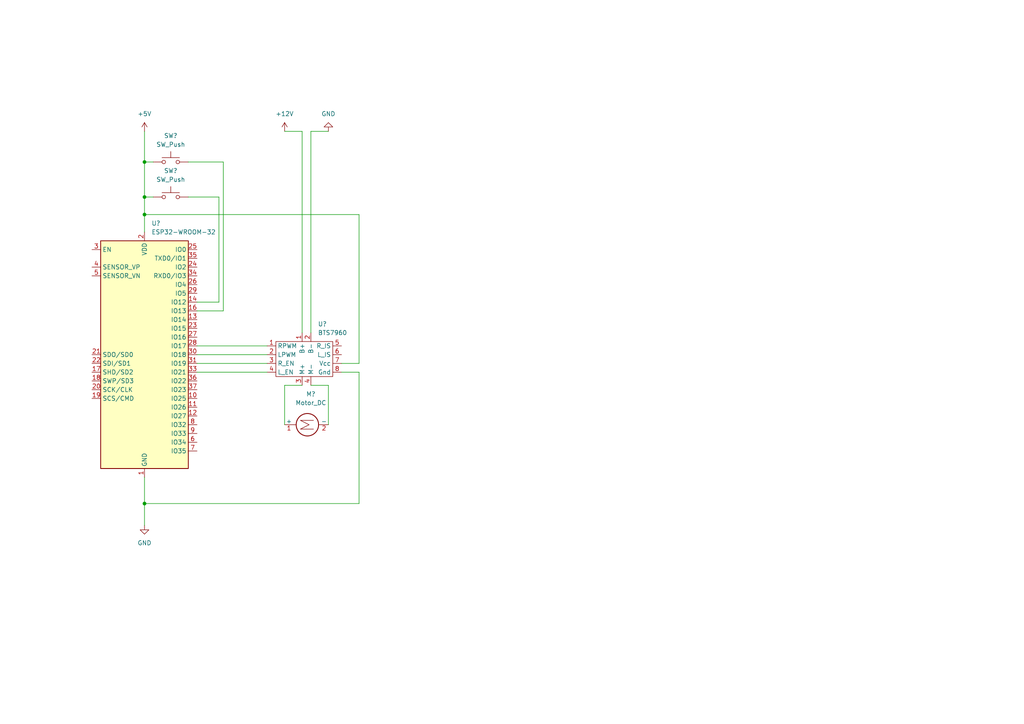
<source format=kicad_sch>
(kicad_sch (version 20211123) (generator eeschema)
  (paper "A4")
  (lib_symbols
    (symbol "Motor:Motor_DC" (pin_names (offset 0))
      (property "Reference" "M" (at 2.54 2.54 0))
      (property "Value" "Motor_DC" (at 2.54 -5.08 0))
      (symbol "Motor_DC_0_0"
        (polyline (pts (xy -1.27 -3.302) (xy -1.27 0.508) (xy 0 -2.032) (xy 1.27 0.508) (xy 1.27 -3.302)))
      )
      (symbol "Motor_DC_0_1"
        (circle (center 0 -1.524) (radius 3.2512) (stroke (width 0.254)))
        (polyline (pts (xy 0 -7.62) (xy 0 -7.112)))
        (polyline (pts (xy 0 -4.7752) (xy 0 -5.1816)))
        (polyline (pts (xy 0 1.7272) (xy 0 2.0828)))
        (polyline (pts (xy 0 2.032) (xy 0 2.54)))
      )
      (symbol "Motor_DC_1_1"
        (pin passive line (at 0 5.08 270) (length 2.54) (name "+") (number "1"))
        (pin passive line (at 0 -7.62 90) (length 2.54) (name "-") (number "2"))
      )
    )
    (symbol "Power_Management:BTS7960"
      (property "Reference" "U" (at 6.35 10.16 0))
      (property "Value" "BTS7960" (at 0 10.16 0))
      (symbol "BTS7960_0_1"
        (rectangle (start -8.89 5.08) (end 7.62 -5.08))
      )
      (symbol "BTS7960_1_1"
        (pin passive line (at -1.27 7.62 270) (length 2.54) (name "B+") (number "1"))
        (pin input line (at -11.43 3.81 0) (length 2.54) (name "RPWM") (number "1"))
        (pin passive line (at 1.27 7.62 270) (length 2.54) (name "B-") (number "2"))
        (pin input line (at -11.43 1.27 0) (length 2.54) (name "LPWM") (number "2"))
        (pin passive line (at -1.27 -7.62 90) (length 2.54) (name "M+") (number "3"))
        (pin input line (at -11.43 -1.27 0) (length 2.54) (name "R_EN") (number "3"))
        (pin input line (at -11.43 -3.81 0) (length 2.54) (name "L_EN") (number "4"))
        (pin passive line (at 1.27 -7.62 90) (length 2.54) (name "M-") (number "4"))
        (pin input line (at 10.16 3.81 180) (length 2.54) (name "R_IS") (number "5"))
        (pin input line (at 10.16 1.27 180) (length 2.54) (name "L_IS") (number "6"))
        (pin input line (at 10.16 -1.27 180) (length 2.54) (name "Vcc") (number "7"))
        (pin input line (at 10.16 -3.81 180) (length 2.54) (name "Gnd") (number "8"))
      )
    )
    (symbol "RF_Module:ESP32-WROOM-32"
      (property "Reference" "U" (at -12.7 34.29 0))
      (property "Value" "ESP32-WROOM-32" (at 1.27 34.29 0))
      (symbol "ESP32-WROOM-32_0_1"
        (rectangle (start -12.7 33.02) (end 12.7 -33.02) (stroke (width 0.254)) (fill (type background)))
      )
      (symbol "ESP32-WROOM-32_1_1"
        (pin power_in line (at 0 -35.56 90) (length 2.54) (name "GND") (number "1"))
        (pin bidirectional line (at 15.24 -12.7 180) (length 2.54) (name "IO25") (number "10"))
        (pin bidirectional line (at 15.24 -15.24 180) (length 2.54) (name "IO26") (number "11"))
        (pin bidirectional line (at 15.24 -17.78 180) (length 2.54) (name "IO27") (number "12"))
        (pin bidirectional line (at 15.24 10.16 180) (length 2.54) (name "IO14") (number "13"))
        (pin bidirectional line (at 15.24 15.24 180) (length 2.54) (name "IO12") (number "14"))
        (pin passive line (at 0 -35.56 90) (length 2.54) hide (name "GND") (number "15"))
        (pin bidirectional line (at 15.24 12.7 180) (length 2.54) (name "IO13") (number "16"))
        (pin bidirectional line (at -15.24 -5.08 0) (length 2.54) (name "SHD/SD2") (number "17"))
        (pin bidirectional line (at -15.24 -7.62 0) (length 2.54) (name "SWP/SD3") (number "18"))
        (pin bidirectional line (at -15.24 -12.7 0) (length 2.54) (name "SCS/CMD") (number "19"))
        (pin power_in line (at 0 35.56 270) (length 2.54) (name "VDD") (number "2"))
        (pin bidirectional line (at -15.24 -10.16 0) (length 2.54) (name "SCK/CLK") (number "20"))
        (pin bidirectional line (at -15.24 0 0) (length 2.54) (name "SDO/SD0") (number "21"))
        (pin bidirectional line (at -15.24 -2.54 0) (length 2.54) (name "SDI/SD1") (number "22"))
        (pin bidirectional line (at 15.24 7.62 180) (length 2.54) (name "IO15") (number "23"))
        (pin bidirectional line (at 15.24 25.4 180) (length 2.54) (name "IO2") (number "24"))
        (pin bidirectional line (at 15.24 30.48 180) (length 2.54) (name "IO0") (number "25"))
        (pin bidirectional line (at 15.24 20.32 180) (length 2.54) (name "IO4") (number "26"))
        (pin bidirectional line (at 15.24 5.08 180) (length 2.54) (name "IO16") (number "27"))
        (pin bidirectional line (at 15.24 2.54 180) (length 2.54) (name "IO17") (number "28"))
        (pin bidirectional line (at 15.24 17.78 180) (length 2.54) (name "IO5") (number "29"))
        (pin input line (at -15.24 30.48 0) (length 2.54) (name "EN") (number "3"))
        (pin bidirectional line (at 15.24 0 180) (length 2.54) (name "IO18") (number "30"))
        (pin bidirectional line (at 15.24 -2.54 180) (length 2.54) (name "IO19") (number "31"))
        (pin no_connect line (at -12.7 -27.94 0) (length 2.54) hide (name "NC") (number "32"))
        (pin bidirectional line (at 15.24 -5.08 180) (length 2.54) (name "IO21") (number "33"))
        (pin bidirectional line (at 15.24 22.86 180) (length 2.54) (name "RXD0/IO3") (number "34"))
        (pin bidirectional line (at 15.24 27.94 180) (length 2.54) (name "TXD0/IO1") (number "35"))
        (pin bidirectional line (at 15.24 -7.62 180) (length 2.54) (name "IO22") (number "36"))
        (pin bidirectional line (at 15.24 -10.16 180) (length 2.54) (name "IO23") (number "37"))
        (pin passive line (at 0 -35.56 90) (length 2.54) hide (name "GND") (number "38"))
        (pin passive line (at 0 -35.56 90) (length 2.54) hide (name "GND") (number "39"))
        (pin input line (at -15.24 25.4 0) (length 2.54) (name "SENSOR_VP") (number "4"))
        (pin input line (at -15.24 22.86 0) (length 2.54) (name "SENSOR_VN") (number "5"))
        (pin input line (at 15.24 -25.4 180) (length 2.54) (name "IO34") (number "6"))
        (pin input line (at 15.24 -27.94 180) (length 2.54) (name "IO35") (number "7"))
        (pin bidirectional line (at 15.24 -20.32 180) (length 2.54) (name "IO32") (number "8"))
        (pin bidirectional line (at 15.24 -22.86 180) (length 2.54) (name "IO33") (number "9"))
      )
    )
    (symbol "Switch:SW_Push" (pin_numbers hide) (pin_names (offset 1.016) hide)
      (property "Reference" "SW" (at 1.27 2.54 0))
      (property "Value" "SW_Push" (at 0 -1.524 0))
      (symbol "SW_Push_0_1"
        (circle (center -2.032 0) (radius 0.508))
        (polyline (pts (xy 0 1.27) (xy 0 3.048)))
        (polyline (pts (xy 2.54 1.27) (xy -2.54 1.27)))
        (circle (center 2.032 0) (radius 0.508))
        (pin passive line (at -5.08 0 0) (length 2.54) (name "1") (number "1"))
        (pin passive line (at 5.08 0 180) (length 2.54) (name "2") (number "2"))
      )
    )
    (symbol "power:+12V" (power) (pin_names (offset 0))
      (property "Value" "+12V" (at 0 3.556 0))
      (symbol "+12V_0_1"
        (polyline (pts (xy -0.762 1.27) (xy 0 2.54)))
        (polyline (pts (xy 0 0) (xy 0 2.54)))
        (polyline (pts (xy 0 2.54) (xy 0.762 1.27)))
      )
      (symbol "+12V_1_1"
        (pin power_in line (at 0 0 90) (length 0) hide (name "+12V") (number "1"))
      )
    )
    (symbol "power:+5V" (power) (pin_names (offset 0))
      (property "Value" "+5V" (at 0 3.556 0))
      (symbol "+5V_0_1"
        (polyline (pts (xy -0.762 1.27) (xy 0 2.54)))
        (polyline (pts (xy 0 0) (xy 0 2.54)))
        (polyline (pts (xy 0 2.54) (xy 0.762 1.27)))
      )
      (symbol "+5V_1_1"
        (pin power_in line (at 0 0 90) (length 0) hide (name "+5V") (number "1"))
      )
    )
    (symbol "power:GND" (power) (pin_names (offset 0))
      (property "Value" "GND" (at 0 -3.81 0))
      (symbol "GND_0_1"
        (polyline (pts (xy 0 0) (xy 0 -1.27) (xy 1.27 -1.27) (xy 0 -2.54) (xy -1.27 -1.27) (xy 0 -1.27)))
      )
      (symbol "GND_1_1"
        (pin power_in line (at 0 0 270) (length 0) hide (name "GND") (number "1"))
      )
    )
  )
  (junction (at 41.91 62.23))
  (junction (at 41.91 146.05))
  (junction (at 41.91 46.99))
  (junction (at 41.91 57.15))
  (wire (pts (xy 57.15 102.87) (xy 77.47 102.87)))
  (wire (pts (xy 41.91 62.23) (xy 41.91 67.31)))
  (wire (pts (xy 54.61 46.99) (xy 64.77 46.99)))
  (wire (pts (xy 99.06 105.41) (xy 104.14 105.41)))
  (wire (pts (xy 104.14 146.05) (xy 41.91 146.05)))
  (wire (pts (xy 82.55 38.1) (xy 87.63 38.1)))
  (wire (pts (xy 57.15 100.33) (xy 77.47 100.33)))
  (wire (pts (xy 41.91 38.1) (xy 41.91 46.99)))
  (wire (pts (xy 87.63 38.1) (xy 87.63 96.52)))
  (wire (pts (xy 41.91 57.15) (xy 41.91 62.23)))
  (wire (pts (xy 41.91 46.99) (xy 41.91 57.15)))
  (wire (pts (xy 104.14 105.41) (xy 104.14 62.23)))
  (wire (pts (xy 41.91 57.15) (xy 44.45 57.15)))
  (wire (pts (xy 64.77 46.99) (xy 64.77 90.17)))
  (wire (pts (xy 95.25 111.76) (xy 95.25 123.19)))
  (wire (pts (xy 41.91 138.43) (xy 41.91 146.05)))
  (wire (pts (xy 41.91 146.05) (xy 41.91 152.4)))
  (wire (pts (xy 63.5 87.63) (xy 57.15 87.63)))
  (wire (pts (xy 41.91 46.99) (xy 44.45 46.99)))
  (wire (pts (xy 82.55 111.76) (xy 82.55 123.19)))
  (wire (pts (xy 64.77 90.17) (xy 57.15 90.17)))
  (wire (pts (xy 87.63 111.76) (xy 82.55 111.76)))
  (wire (pts (xy 63.5 57.15) (xy 63.5 87.63)))
  (wire (pts (xy 57.15 107.95) (xy 77.47 107.95)))
  (wire (pts (xy 90.17 38.1) (xy 90.17 96.52)))
  (wire (pts (xy 99.06 107.95) (xy 104.14 107.95)))
  (wire (pts (xy 90.17 111.76) (xy 95.25 111.76)))
  (wire (pts (xy 54.61 57.15) (xy 63.5 57.15)))
  (wire (pts (xy 104.14 107.95) (xy 104.14 146.05)))
  (wire (pts (xy 104.14 62.23) (xy 41.91 62.23)))
  (wire (pts (xy 95.25 38.1) (xy 90.17 38.1)))
  (wire (pts (xy 57.15 105.41) (xy 77.47 105.41)))
  (symbol (lib_id "Switch:SW_Push") (at 49.53 57.15 0) (unit 1)
    (property "Reference" "SW?" (at 49.53 49.53 0))
    (property "Value" "SW_Push" (at 49.53 52.07 0))
  )
  (symbol (lib_id "power:GND") (at 41.91 152.4 0) (unit 1)
    (property "Reference" "#PWR?" (effects hide))
    (property "Value" "GND" (at 41.91 157.48 0))
  )
  (symbol (lib_id "power:+12V") (at 82.55 38.1 0) (unit 1)
    (property "Reference" "#PWR?" (effects hide))
    (property "Value" "+12V" (at 82.55 33.02 0))
  )
  (symbol (lib_id "RF_Module:ESP32-WROOM-32") (at 41.91 102.87 0) (unit 1)
    (property "Reference" "U?" (at 43.9294 64.77 0) (effects (justify left)))
    (property "Value" "ESP32-WROOM-32" (at 43.9294 67.31 0) (effects (justify left)))
    (property "Footprint" "RF_Module:ESP32-WROOM-32" (effects hide))
    (property "Datasheet" "https://www.espressif.com/sites/default/files/documentation/esp32-wroom-32_datasheet_en.pdf" (effects hide))
  )
  (symbol (lib_id "power:GND") (at 95.25 38.1 0) (mirror x) (unit 1)
    (property "Reference" "#PWR?" (effects hide))
    (property "Value" "GND" (at 95.25 33.02 0))
  )
  (symbol (lib_id "Power_Management:BTS7960") (at 88.9 104.14 0) (unit 1)
    (property "Reference" "U?" (at 92.1894 93.98 0) (effects (justify left)))
    (property "Value" "BTS7960" (at 92.1894 96.52 0) (effects (justify left)))
  )
  (symbol (lib_id "Motor:Motor_DC") (at 87.63 123.19 90) (mirror x) (unit 1)
    (property "Reference" "M?" (at 90.17 114.3 90))
    (property "Value" "Motor_DC" (at 90.17 116.84 90))
  )
  (symbol (lib_id "Switch:SW_Push") (at 49.53 46.99 0) (unit 1)
    (property "Reference" "SW?" (at 49.53 39.37 0))
    (property "Value" "SW_Push" (at 49.53 41.91 0))
  )
  (symbol (lib_id "power:+5V") (at 41.91 38.1 0) (unit 1)
    (property "Reference" "#PWR?" (effects hide))
    (property "Value" "+5V" (at 41.91 33.02 0))
  )
)
</source>
